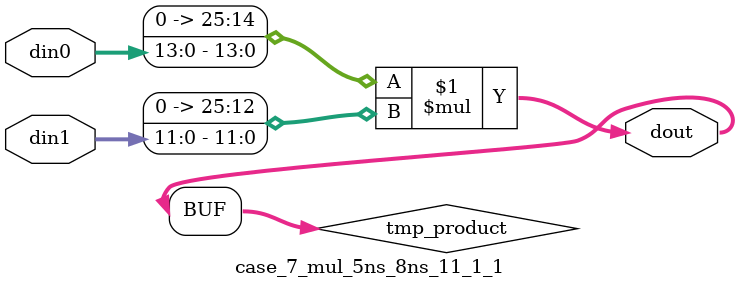
<source format=v>

`timescale 1 ns / 1 ps

 (* use_dsp = "no" *)  module case_7_mul_5ns_8ns_11_1_1(din0, din1, dout);
parameter ID = 1;
parameter NUM_STAGE = 0;
parameter din0_WIDTH = 14;
parameter din1_WIDTH = 12;
parameter dout_WIDTH = 26;

input [din0_WIDTH - 1 : 0] din0; 
input [din1_WIDTH - 1 : 0] din1; 
output [dout_WIDTH - 1 : 0] dout;

wire signed [dout_WIDTH - 1 : 0] tmp_product;
























assign tmp_product = $signed({1'b0, din0}) * $signed({1'b0, din1});











assign dout = tmp_product;





















endmodule

</source>
